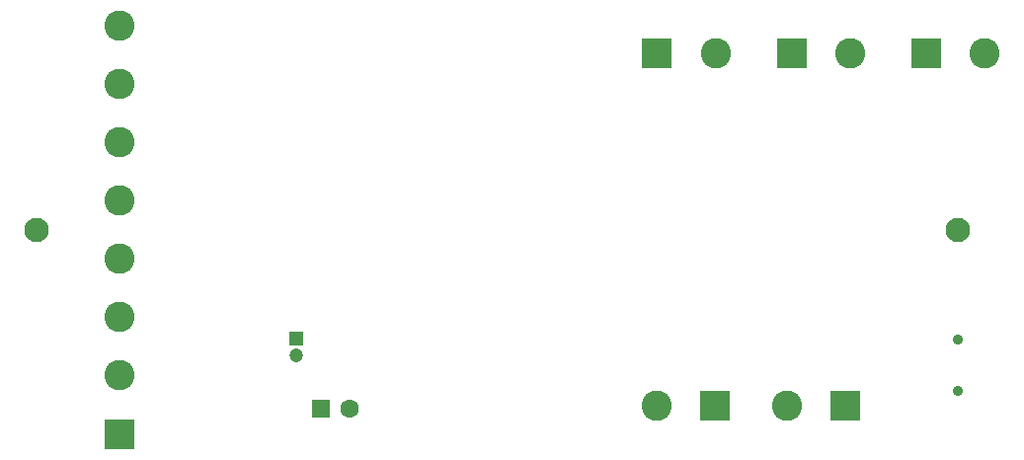
<source format=gbr>
%TF.GenerationSoftware,KiCad,Pcbnew,7.0.8-7.0.8~ubuntu22.04.1*%
%TF.CreationDate,2023-10-05T10:52:53-04:00*%
%TF.ProjectId,ladcp_interface_box,6c616463-705f-4696-9e74-657266616365,rev?*%
%TF.SameCoordinates,Original*%
%TF.FileFunction,Soldermask,Bot*%
%TF.FilePolarity,Negative*%
%FSLAX46Y46*%
G04 Gerber Fmt 4.6, Leading zero omitted, Abs format (unit mm)*
G04 Created by KiCad (PCBNEW 7.0.8-7.0.8~ubuntu22.04.1) date 2023-10-05 10:52:53*
%MOMM*%
%LPD*%
G01*
G04 APERTURE LIST*
%ADD10R,2.600000X2.600000*%
%ADD11C,2.600000*%
%ADD12C,0.900000*%
%ADD13C,2.100000*%
%ADD14R,1.200000X1.200000*%
%ADD15C,1.200000*%
%ADD16R,1.600000X1.600000*%
%ADD17C,1.600000*%
G04 APERTURE END LIST*
D10*
%TO.C,J1*%
X114600000Y-108000000D03*
D11*
X114600000Y-103000000D03*
X114600000Y-98000000D03*
X114600000Y-93000000D03*
X114600000Y-88000000D03*
X114600000Y-83000000D03*
X114600000Y-78000000D03*
X114600000Y-73000000D03*
%TD*%
D10*
%TO.C,J5*%
X160700000Y-75400000D03*
D11*
X165700000Y-75400000D03*
%TD*%
D12*
%TO.C,J2*%
X186475000Y-104300000D03*
X186475000Y-99900000D03*
%TD*%
D13*
%TO.C,H2*%
X186500000Y-90500000D03*
%TD*%
D10*
%TO.C,J3*%
X183800000Y-75400000D03*
D11*
X188800000Y-75400000D03*
%TD*%
D14*
%TO.C,C21*%
X129800000Y-99800000D03*
D15*
X129800000Y-101300000D03*
%TD*%
D16*
%TO.C,C22*%
X131850000Y-105820000D03*
D17*
X134350000Y-105820000D03*
%TD*%
D10*
%TO.C,J6*%
X176800000Y-105600000D03*
D11*
X171800000Y-105600000D03*
%TD*%
D10*
%TO.C,J7*%
X165630000Y-105600000D03*
D11*
X160630000Y-105600000D03*
%TD*%
D10*
%TO.C,J4*%
X172250000Y-75400000D03*
D11*
X177250000Y-75400000D03*
%TD*%
D13*
%TO.C,H1*%
X107500000Y-90500000D03*
%TD*%
M02*

</source>
